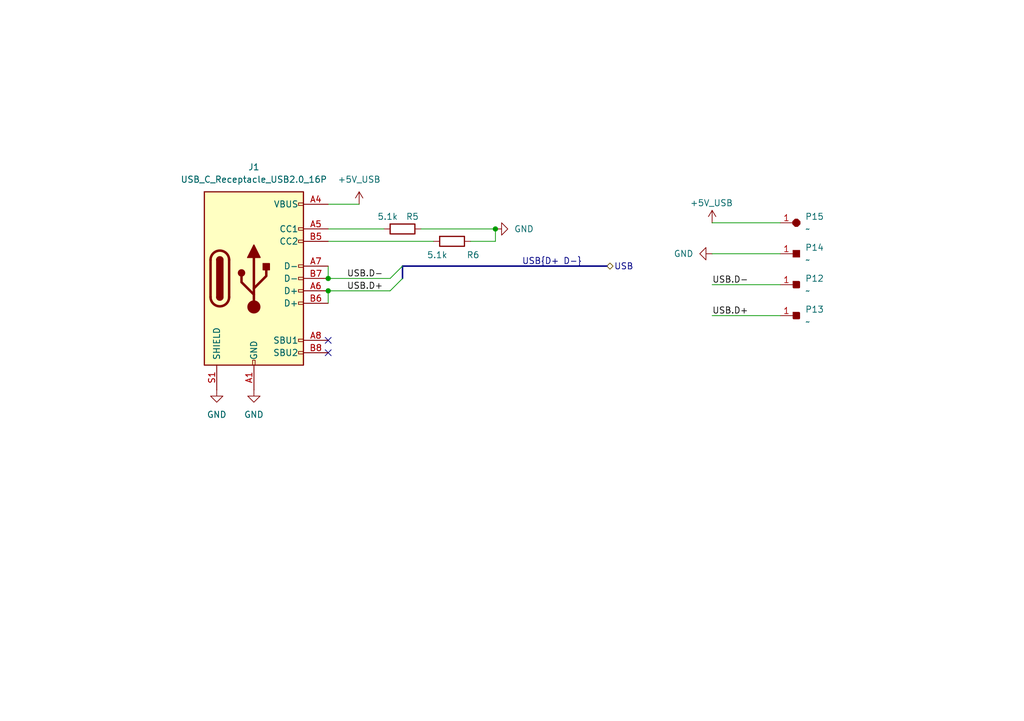
<source format=kicad_sch>
(kicad_sch (version 20250114) (generator "eeschema") (generator_version "9.0")
  (paper "A5")
  (title_block (title "Kolibri FC - USB Plug"))
  (lib_symbols
    (symbol "Connector:USB_C_Receptacle_USB2.0_16P" (pin_names (offset 1.016))
      (property "Reference" "J" (at 0 22.225 0))
      (property "Value" "USB_C_Receptacle_USB2.0_16P" (at 0 19.685 0))
      (symbol "USB_C_Receptacle_USB2.0_16P_0_0"
        (rectangle (start -0.254 -17.78) (end 0.254 -16.764))
        (rectangle (start 10.16 15.494) (end 9.144 14.986))
        (rectangle (start 10.16 10.414) (end 9.144 9.906))
        (rectangle (start 10.16 7.874) (end 9.144 7.366))
        (rectangle (start 10.16 2.794) (end 9.144 2.286))
        (rectangle (start 10.16 0.254) (end 9.144 -0.254))
        (rectangle (start 10.16 -2.286) (end 9.144 -2.794))
        (rectangle (start 10.16 -4.826) (end 9.144 -5.334))
        (rectangle (start 10.16 -12.446) (end 9.144 -12.954))
        (rectangle (start 10.16 -14.986) (end 9.144 -15.494))
      )
      (symbol "USB_C_Receptacle_USB2.0_16P_0_1"
        (rectangle (start -10.16 17.78) (end 10.16 -17.78) (stroke (width 0.254)) (fill (type background)))
        (polyline (pts (xy -8.89 -3.81) (xy -8.89 3.81)) (stroke (width 0.508)))
        (rectangle (start -7.62 -3.81) (end -6.35 3.81) (stroke (width 0.254)) (fill (type outline)))
        (arc (start -7.62 3.81) (mid -6.985 4.4423) (end -6.35 3.81) (stroke (width 0.254)))
        (arc (start -7.62 3.81) (mid -6.985 4.4423) (end -6.35 3.81) (stroke (width 0.254)) (fill (type outline)))
        (arc (start -8.89 3.81) (mid -6.985 5.7067) (end -5.08 3.81) (stroke (width 0.508)))
        (arc (start -5.08 -3.81) (mid -6.985 -5.7067) (end -8.89 -3.81) (stroke (width 0.508)))
        (arc (start -6.35 -3.81) (mid -6.985 -4.4423) (end -7.62 -3.81) (stroke (width 0.254)))
        (arc (start -6.35 -3.81) (mid -6.985 -4.4423) (end -7.62 -3.81) (stroke (width 0.254)) (fill (type outline)))
        (polyline (pts (xy -5.08 3.81) (xy -5.08 -3.81)) (stroke (width 0.508)))
        (circle (center -2.54 1.143) (radius 0.635) (stroke (width 0.254)) (fill (type outline)))
        (polyline (pts (xy -1.27 4.318) (xy 0 6.858) (xy 1.27 4.318) (xy -1.27 4.318)) (stroke (width 0.254)) (fill (type outline)))
        (polyline (pts (xy 0 -2.032) (xy 2.54 0.508) (xy 2.54 1.778)) (stroke (width 0.508)))
        (polyline (pts (xy 0 -3.302) (xy -2.54 -0.762) (xy -2.54 0.508)) (stroke (width 0.508)))
        (polyline (pts (xy 0 -5.842) (xy 0 4.318)) (stroke (width 0.508)))
        (circle (center 0 -5.842) (radius 1.27) (fill (type outline)))
        (rectangle (start 1.905 1.778) (end 3.175 3.048) (stroke (width 0.254)) (fill (type outline)))
      )
      (symbol "USB_C_Receptacle_USB2.0_16P_1_1"
        (pin passive line (at -7.62 -22.86 90) (length 5.08) (name "SHIELD") (number "S1"))
        (pin passive line (at 0 -22.86 90) (length 5.08) (name "GND") (number "A1"))
        (pin passive line (at 0 -22.86 90) (length 5.08) (hide yes) (name "GND") (number "A12"))
        (pin passive line (at 0 -22.86 90) (length 5.08) (hide yes) (name "GND") (number "B1"))
        (pin passive line (at 0 -22.86 90) (length 5.08) (hide yes) (name "GND") (number "B12"))
        (pin passive line (at 15.24 15.24 180) (length 5.08) (name "VBUS") (number "A4"))
        (pin passive line (at 15.24 15.24 180) (length 5.08) (hide yes) (name "VBUS") (number "A9"))
        (pin passive line (at 15.24 15.24 180) (length 5.08) (hide yes) (name "VBUS") (number "B4"))
        (pin passive line (at 15.24 15.24 180) (length 5.08) (hide yes) (name "VBUS") (number "B9"))
        (pin bidirectional line (at 15.24 10.16 180) (length 5.08) (name "CC1") (number "A5"))
        (pin bidirectional line (at 15.24 7.62 180) (length 5.08) (name "CC2") (number "B5"))
        (pin bidirectional line (at 15.24 2.54 180) (length 5.08) (name "D-") (number "A7"))
        (pin bidirectional line (at 15.24 0 180) (length 5.08) (name "D-") (number "B7"))
        (pin bidirectional line (at 15.24 -2.54 180) (length 5.08) (name "D+") (number "A6"))
        (pin bidirectional line (at 15.24 -5.08 180) (length 5.08) (name "D+") (number "B6"))
        (pin bidirectional line (at 15.24 -12.7 180) (length 5.08) (name "SBU1") (number "A8"))
        (pin bidirectional line (at 15.24 -15.24 180) (length 5.08) (name "SBU2") (number "B8"))
      )
    )
    (symbol "Device:R" (pin_numbers (hide yes)) (pin_names (offset 0))
      (property "Reference" "R" (at 2.032 0 90))
      (property "Value" "R" (at 0 0 90))
      (symbol "R_0_1"
        (rectangle (start -1.016 -2.54) (end 1.016 2.54) (stroke (width 0.254)))
      )
      (symbol "R_1_1"
        (pin passive line (at 0 3.81 270) (length 1.27) (name "~") (number "1"))
        (pin passive line (at 0 -3.81 90) (length 1.27) (name "~") (number "2"))
      )
    )
    (symbol "Kolibri custom:Solder_Pad_octa"
      (property "Reference" "P" (at 0 2.794 0))
      (symbol "Solder_Pad_octa_1_1"
        (polyline (pts (xy 0 0.254) (xy 0.508 0.762) (xy 1.016 0.762) (xy 1.524 0.254) (xy 1.524 -0.254) (xy 1.016 -0.762) (xy 0.508 -0.762) (xy 0 -0.254) (xy 0 0.254)) (fill (type outline)))
        (pin unspecified line (at -2.54 0 0) (length 2.54) (name "") (number "1"))
      )
    )
    (symbol "Kolibri custom:Solder_Pad_rect"
      (property "Reference" "P" (at 0 2.794 0))
      (symbol "Solder_Pad_rect_1_1"
        (rectangle (start 0 0.762) (end 1.524 -0.762) (stroke (width -0.0001)) (fill (type outline)))
        (pin unspecified line (at -2.54 0 0) (length 2.54) (name "") (number "1"))
      )
    )
    (symbol "Kolibri custom:Solder_Pad_rounded"
      (property "Reference" "P" (at 0 2.794 0))
      (symbol "Solder_Pad_rounded_1_1"
        (rectangle (start 0.254 0.508) (end 1.27 -0.508) (stroke (width 0.508)) (fill (type outline)))
        (pin unspecified line (at -2.54 0 0) (length 2.54) (name "") (number "1"))
      )
    )
    (symbol "power:+5V" (power) (pin_numbers (hide yes)) (pin_names (offset 0) (hide yes))
      (property "Value" "+5V" (at 0 3.556 0))
      (symbol "+5V_0_1"
        (polyline (pts (xy -0.762 1.27) (xy 0 2.54)))
        (polyline (pts (xy 0 2.54) (xy 0.762 1.27)))
        (polyline (pts (xy 0 0) (xy 0 2.54)))
      )
      (symbol "+5V_1_1"
        (pin power_in line (at 0 0 90) (length 0) (name "~") (number "1"))
      )
    )
    (symbol "power:GND" (power) (pin_numbers (hide yes)) (pin_names (offset 0) (hide yes))
      (property "Value" "GND" (at 0 -3.81 0))
      (symbol "GND_0_1"
        (polyline (pts (xy 0 0) (xy 0 -1.27) (xy 1.27 -1.27) (xy 0 -2.54) (xy -1.27 -1.27) (xy 0 -1.27)))
      )
      (symbol "GND_1_1"
        (pin power_in line (at 0 0 270) (length 0) (name "~") (number "1"))
      )
    )
  )
  (junction (at 101.6 46.99))
  (junction (at 67.31 59.69))
  (junction (at 67.31 57.15))
  (no_connect (at 67.31 69.85))
  (no_connect (at 67.31 72.39))
  (bus_entry (at 82.55 54.61) (size -2.54 2.54))
  (bus_entry (at 82.55 57.15) (size -2.54 2.54))
  (wire (pts (xy 146.05 45.72) (xy 160.02 45.72)))
  (wire (pts (xy 86.36 46.99) (xy 101.6 46.99)))
  (wire (pts (xy 146.05 64.77) (xy 160.02 64.77)))
  (wire (pts (xy 67.31 59.69) (xy 80.01 59.69)))
  (wire (pts (xy 101.6 46.99) (xy 101.6 49.53)))
  (wire (pts (xy 67.31 41.91) (xy 73.66 41.91)))
  (wire (pts (xy 67.31 57.15) (xy 80.01 57.15)))
  (wire (pts (xy 67.31 49.53) (xy 88.9 49.53)))
  (wire (pts (xy 146.05 52.07) (xy 160.02 52.07)))
  (wire (pts (xy 146.05 58.42) (xy 160.02 58.42)))
  (wire (pts (xy 67.31 46.99) (xy 78.74 46.99)))
  (bus (pts (xy 82.55 54.61) (xy 124.46 54.61)))
  (wire (pts (xy 67.31 54.61) (xy 67.31 57.15)))
  (wire (pts (xy 101.6 49.53) (xy 96.52 49.53)))
  (wire (pts (xy 67.31 59.69) (xy 67.31 62.23)))
  (bus (pts (xy 82.55 54.61) (xy 82.55 57.15)))
  (label "USB.D+" (at 71.12 59.69 0))
  (label "USB{D+ D-}" (at 119.38 54.61 180))
  (label "USB.D+" (at 146.05 64.77 0))
  (label "USB.D-" (at 146.05 58.42 0))
  (label "USB.D-" (at 71.12 57.15 0))
  (hierarchical_label "USB" (shape bidirectional) (at 124.46 54.61 0))
  (symbol (lib_id "Kolibri custom:Solder_Pad_rect") (at 162.56 52.07 0) (unit 1)
    (property "Reference" "P14" (at 165.1 50.7999 0) (effects (justify left)))
    (property "Value" "~" (at 165.1 53.3399 0) (effects (justify left)))
    (property "Footprint" "Kolibri custom:Solder_Pad_rect" (effects (hide yes)))
  )
  (symbol (lib_id "Kolibri custom:Solder_Pad_rounded") (at 162.56 64.77 0) (unit 1)
    (property "Reference" "P13" (at 165.1 63.4999 0) (effects (justify left)))
    (property "Value" "~" (at 165.1 66.0399 0) (effects (justify left)))
    (property "Footprint" "Kolibri custom:Solder_Pad_rounded" (effects (hide yes)))
  )
  (symbol (lib_id "power:+5V") (at 146.05 45.72 0) (unit 1)
    (property "Reference" "#PWR031" (effects (hide yes)))
    (property "Value" "+5V_USB" (at 141.478 41.656 0) (effects (justify left)))
    (property "Description" "Power symbol creates a global label with name \"+5V\"" (effects (hide yes)))
  )
  (symbol (lib_id "power:GND") (at 146.05 52.07 270) (unit 1)
    (property "Reference" "#PWR032" (effects (hide yes)))
    (property "Value" "GND" (at 142.24 52.0699 90) (effects (justify right)))
    (property "Description" "Power symbol creates a global label with name \"GND\" , ground" (effects (hide yes)))
  )
  (symbol (lib_id "power:+5V") (at 73.66 41.91 0) (unit 1)
    (property "Reference" "#PWR027" (effects (hide yes)))
    (property "Value" "+5V_USB" (at 73.66 36.83 0))
    (property "Description" "Power symbol creates a global label with name \"+5V\"" (effects (hide yes)))
  )
  (symbol (lib_id "power:GND") (at 44.45 80.01 0) (unit 1)
    (property "Reference" "#PWR029" (effects (hide yes)))
    (property "Value" "GND" (at 44.45 85.09 0))
    (property "Description" "Power symbol creates a global label with name \"GND\" , ground" (effects (hide yes)))
  )
  (symbol (lib_id "Device:R") (at 82.55 46.99 90) (unit 1)
    (property "Reference" "R5" (at 84.582 44.45 90))
    (property "Value" "5.1k" (at 79.502 44.45 90))
    (property "Footprint" "Resistor_SMD:R_0402_1005Metric" (effects (hide yes)))
    (property "Description" "Resistor" (effects (hide yes)))
  )
  (symbol (lib_id "power:GND") (at 52.07 80.01 0) (unit 1)
    (property "Reference" "#PWR028" (effects (hide yes)))
    (property "Value" "GND" (at 52.07 85.09 0))
    (property "Description" "Power symbol creates a global label with name \"GND\" , ground" (effects (hide yes)))
  )
  (symbol (lib_id "Connector:USB_C_Receptacle_USB2.0_16P") (at 52.07 57.15 0) (unit 1)
    (property "Reference" "J1" (at 52.07 34.29 0))
    (property "Value" "USB_C_Receptacle_USB2.0_16P" (at 52.07 36.83 0))
    (property "Footprint" "Kolibri custom:USB-C SMD+THT" (effects (hide yes)))
    (property "Datasheet" "https://www.usb.org/sites/default/files/documents/usb_type-c.zip" (effects (hide yes)))
    (property "Description" "USB 2.0-only 16P Type-C Receptacle connector" (effects (hide yes)))
  )
  (symbol (lib_id "Kolibri custom:Solder_Pad_rounded") (at 162.56 58.42 0) (unit 1)
    (property "Reference" "P12" (at 165.1 57.1499 0) (effects (justify left)))
    (property "Value" "~" (at 165.1 59.6899 0) (effects (justify left)))
    (property "Footprint" "Kolibri custom:Solder_Pad_rounded" (effects (hide yes)))
  )
  (symbol (lib_id "power:GND") (at 101.6 46.99 90) (unit 1)
    (property "Reference" "#PWR026" (effects (hide yes)))
    (property "Value" "GND" (at 105.41 46.9899 90) (effects (justify right)))
    (property "Description" "Power symbol creates a global label with name \"GND\" , ground" (effects (hide yes)))
  )
  (symbol (lib_id "Device:R") (at 92.71 49.53 90) (unit 1)
    (property "Reference" "R6" (at 97.028 52.324 90))
    (property "Value" "5.1k" (at 89.662 52.324 90))
    (property "Footprint" "Resistor_SMD:R_0402_1005Metric" (effects (hide yes)))
    (property "Description" "Resistor" (effects (hide yes)))
  )
  (symbol (lib_id "Kolibri custom:Solder_Pad_octa") (at 162.56 45.72 0) (unit 1)
    (property "Reference" "P15" (at 165.1 44.4499 0) (effects (justify left)))
    (property "Value" "~" (at 165.1 46.9899 0) (effects (justify left)))
    (property "Footprint" "Kolibri custom:Solder_Pad_octa" (effects (hide yes)))
  )
)
</source>
